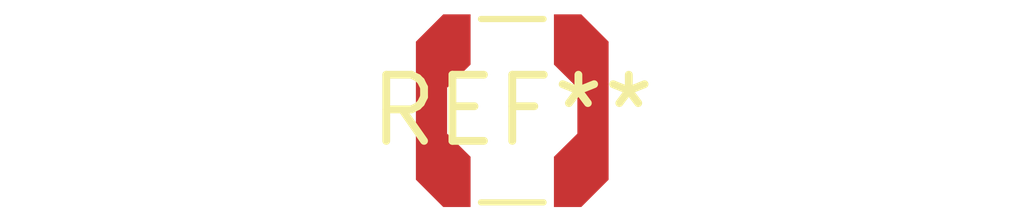
<source format=kicad_pcb>
(kicad_pcb (version 20240108) (generator pcbnew)
  (layers (0 "F.Cu" signal) (31 "B.Cu" signal) (34 "B.Paste" user) (35 "F.Paste" user) (36 "B.SilkS" user "B.Silkscreen") (37 "F.SilkS" user "F.Silkscreen") (38 "B.Mask" user) (39 "F.Mask" user) (44 "Edge.Cuts" user))
  (net 0 "")
  (footprint "L_Coilcraft_LPS3314" (layer "F.Cu") (at 0 0)
    (property "Reference" "REF**")
    (property "Value" "L_Coilcraft_LPS3314")
    (fp_line (start -0.6 -1.76) (end 0.6 -1.76) (layer "F.SilkS") (stroke (width 0.12)))
    (fp_line (start -0.6 1.76) (end 0.6 1.76) (layer "F.SilkS") (stroke (width 0.12)))
    (pad "1" smd custom (at -1.55 0) (size 0.6 0.881) (layers "F.Cu" "F.Paste" "F.Mask") (options (clearance outline) (anchor rect)) (primitives (gr_poly (pts (xy 0.75 -0.885) (xy 0.3 -0.4405) (xy 0.3 0.4405) (xy 0.75 0.885) (xy 0.75 1.85) (xy 0.225 1.85) (xy -0.3 1.325) (xy -0.3 -1.325) (xy 0.225 -1.85) (xy 0.75 -1.85)) (width 0) (fill yes))))
    (pad "2" smd custom (at 1.55 0 180) (size 0.6 0.881) (layers "F.Cu" "F.Paste" "F.Mask") (options (clearance outline) (anchor rect)) (primitives (gr_poly (pts (xy 0.75 -0.885) (xy 0.3 -0.4405) (xy 0.3 0.4405) (xy 0.75 0.885) (xy 0.75 1.85) (xy 0.225 1.85) (xy -0.3 1.325) (xy -0.3 -1.325) (xy 0.225 -1.85) (xy 0.75 -1.85)) (width 0) (fill yes))))
  )
)
</source>
